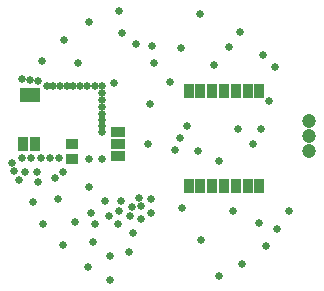
<source format=gts>
G75*
G70*
%OFA0B0*%
%FSLAX24Y24*%
%IPPOS*%
%LPD*%
%AMOC8*
5,1,8,0,0,1.08239X$1,22.5*
%
%ADD10R,0.0474X0.0330*%
%ADD11R,0.0330X0.0474*%
%ADD12R,0.0336X0.0474*%
%ADD13R,0.0710X0.0474*%
%ADD14R,0.0434X0.0356*%
%ADD15C,0.0474*%
%ADD16C,0.0260*%
D10*
X004110Y005049D03*
X004110Y005443D03*
X004110Y005837D03*
D11*
X006472Y007215D03*
X006866Y007215D03*
X007259Y007215D03*
X007653Y007215D03*
X008047Y007215D03*
X008440Y007215D03*
X008834Y007215D03*
X008834Y004065D03*
X008440Y004065D03*
X008047Y004065D03*
X007653Y004065D03*
X007259Y004065D03*
X006866Y004065D03*
X006472Y004065D03*
D12*
X001354Y005444D03*
X000960Y005444D03*
D13*
X001177Y007086D03*
D14*
X002593Y005450D03*
X002593Y004938D03*
D15*
X010490Y005213D03*
X010490Y005713D03*
X010490Y006213D03*
D16*
X002270Y002075D03*
X001628Y002778D03*
X001292Y003522D03*
X001467Y004198D03*
X001415Y004504D03*
X001009Y004532D03*
X000828Y004249D03*
X000658Y004539D03*
X000572Y004811D03*
X000934Y004985D03*
X001229Y004985D03*
X001544Y004985D03*
X001859Y004985D03*
X002143Y004985D03*
X002286Y004504D03*
X002018Y004329D03*
X002117Y003604D03*
X002678Y002850D03*
X003226Y003157D03*
X003352Y002785D03*
X003810Y003055D03*
X004159Y003212D03*
X004205Y003552D03*
X004597Y003341D03*
X004530Y003055D03*
X004899Y002942D03*
X005204Y003153D03*
X004899Y003372D03*
X004824Y003642D03*
X005216Y003615D03*
X006264Y003313D03*
X006894Y002241D03*
X007956Y003204D03*
X008833Y002833D03*
X009413Y002617D03*
X009036Y002065D03*
X008262Y001454D03*
X007487Y001046D03*
X009808Y003219D03*
X008604Y005468D03*
X008888Y005961D03*
X008117Y005961D03*
X007473Y004885D03*
X006789Y005212D03*
X006198Y005667D03*
X006408Y006058D03*
X006003Y005266D03*
X005117Y005448D03*
X005183Y006784D03*
X005859Y007517D03*
X005327Y008147D03*
X005238Y008729D03*
X004724Y008788D03*
X004237Y009167D03*
X004145Y009900D03*
X003167Y009513D03*
X002311Y008922D03*
X002800Y008137D03*
X002846Y007374D03*
X002630Y007374D03*
X002410Y007374D03*
X002179Y007374D03*
X001966Y007374D03*
X001754Y007374D03*
X001456Y007567D03*
X001173Y007581D03*
X000905Y007603D03*
X001598Y008219D03*
X003096Y007374D03*
X003339Y007374D03*
X003570Y007374D03*
X003570Y007139D03*
X003570Y006912D03*
X003570Y006669D03*
X003570Y006449D03*
X003570Y006237D03*
X003570Y006036D03*
X003570Y005835D03*
X003593Y004950D03*
X003158Y004945D03*
X003163Y004010D03*
X003688Y003556D03*
X004124Y002789D03*
X004617Y002479D03*
X004492Y001861D03*
X003835Y001724D03*
X003269Y002177D03*
X003106Y001351D03*
X003839Y000913D03*
X009156Y006872D03*
X009353Y008030D03*
X008941Y008432D03*
X008201Y009197D03*
X007805Y008694D03*
X007333Y008091D03*
X006229Y008635D03*
X006846Y009788D03*
X003993Y007474D03*
M02*

</source>
